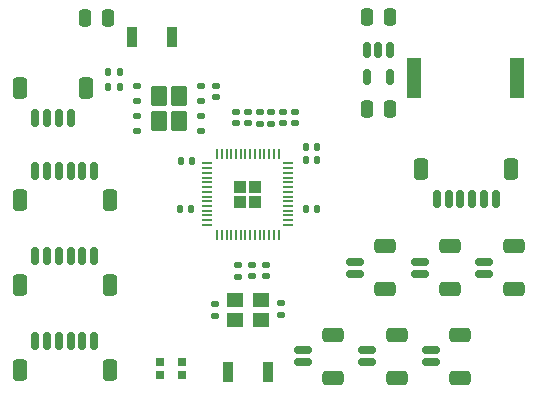
<source format=gbr>
G04 #@! TF.GenerationSoftware,KiCad,Pcbnew,8.0.7*
G04 #@! TF.CreationDate,2025-01-15T14:58:02-08:00*
G04 #@! TF.ProjectId,RP2040_minimal_r2,52503230-3430-45f6-9d69-6e696d616c5f,REV2*
G04 #@! TF.SameCoordinates,PX5f5e100PY5f5e100*
G04 #@! TF.FileFunction,Paste,Top*
G04 #@! TF.FilePolarity,Positive*
%FSLAX46Y46*%
G04 Gerber Fmt 4.6, Leading zero omitted, Abs format (unit mm)*
G04 Created by KiCad (PCBNEW 8.0.7) date 2025-01-15 14:58:02*
%MOMM*%
%LPD*%
G01*
G04 APERTURE LIST*
G04 Aperture macros list*
%AMRoundRect*
0 Rectangle with rounded corners*
0 $1 Rounding radius*
0 $2 $3 $4 $5 $6 $7 $8 $9 X,Y pos of 4 corners*
0 Add a 4 corners polygon primitive as box body*
4,1,4,$2,$3,$4,$5,$6,$7,$8,$9,$2,$3,0*
0 Add four circle primitives for the rounded corners*
1,1,$1+$1,$2,$3*
1,1,$1+$1,$4,$5*
1,1,$1+$1,$6,$7*
1,1,$1+$1,$8,$9*
0 Add four rect primitives between the rounded corners*
20,1,$1+$1,$2,$3,$4,$5,0*
20,1,$1+$1,$4,$5,$6,$7,0*
20,1,$1+$1,$6,$7,$8,$9,0*
20,1,$1+$1,$8,$9,$2,$3,0*%
G04 Aperture macros list end*
%ADD10RoundRect,0.250000X0.250000X0.475000X-0.250000X0.475000X-0.250000X-0.475000X0.250000X-0.475000X0*%
%ADD11RoundRect,0.140000X0.170000X-0.140000X0.170000X0.140000X-0.170000X0.140000X-0.170000X-0.140000X0*%
%ADD12RoundRect,0.140000X0.140000X0.170000X-0.140000X0.170000X-0.140000X-0.170000X0.140000X-0.170000X0*%
%ADD13RoundRect,0.140000X-0.170000X0.140000X-0.170000X-0.140000X0.170000X-0.140000X0.170000X0.140000X0*%
%ADD14RoundRect,0.135000X-0.135000X-0.185000X0.135000X-0.185000X0.135000X0.185000X-0.135000X0.185000X0*%
%ADD15RoundRect,0.150000X-0.150000X0.512500X-0.150000X-0.512500X0.150000X-0.512500X0.150000X0.512500X0*%
%ADD16RoundRect,0.250000X-0.435000X-0.615000X0.435000X-0.615000X0.435000X0.615000X-0.435000X0.615000X0*%
%ADD17RoundRect,0.125000X-0.250000X-0.125000X0.250000X-0.125000X0.250000X0.125000X-0.250000X0.125000X0*%
%ADD18RoundRect,0.135000X0.135000X0.185000X-0.135000X0.185000X-0.135000X-0.185000X0.135000X-0.185000X0*%
%ADD19RoundRect,0.140000X-0.140000X-0.170000X0.140000X-0.170000X0.140000X0.170000X-0.140000X0.170000X0*%
%ADD20RoundRect,0.135000X-0.185000X0.135000X-0.185000X-0.135000X0.185000X-0.135000X0.185000X0.135000X0*%
%ADD21RoundRect,0.250000X-0.250000X-0.475000X0.250000X-0.475000X0.250000X0.475000X-0.250000X0.475000X0*%
%ADD22RoundRect,0.250000X-0.292217X-0.292217X0.292217X-0.292217X0.292217X0.292217X-0.292217X0.292217X0*%
%ADD23RoundRect,0.050000X-0.387500X-0.050000X0.387500X-0.050000X0.387500X0.050000X-0.387500X0.050000X0*%
%ADD24RoundRect,0.050000X-0.050000X-0.387500X0.050000X-0.387500X0.050000X0.387500X-0.050000X0.387500X0*%
%ADD25RoundRect,0.150000X0.150000X0.625000X-0.150000X0.625000X-0.150000X-0.625000X0.150000X-0.625000X0*%
%ADD26RoundRect,0.250000X0.350000X0.650000X-0.350000X0.650000X-0.350000X-0.650000X0.350000X-0.650000X0*%
%ADD27R,0.900000X1.700000*%
%ADD28RoundRect,0.150000X-0.150000X-0.625000X0.150000X-0.625000X0.150000X0.625000X-0.150000X0.625000X0*%
%ADD29RoundRect,0.250000X-0.350000X-0.650000X0.350000X-0.650000X0.350000X0.650000X-0.350000X0.650000X0*%
%ADD30R,0.700000X0.700000*%
%ADD31RoundRect,0.150000X-0.625000X0.150000X-0.625000X-0.150000X0.625000X-0.150000X0.625000X0.150000X0*%
%ADD32RoundRect,0.250000X-0.650000X0.350000X-0.650000X-0.350000X0.650000X-0.350000X0.650000X0.350000X0*%
%ADD33R,1.400000X1.200000*%
%ADD34R,1.300000X3.400000*%
G04 APERTURE END LIST*
D10*
X10500000Y20400000D03*
X8600000Y20400000D03*
D11*
X2500000Y19230000D03*
X2500000Y20190000D03*
X1500000Y19230000D03*
X1500000Y20190000D03*
D12*
X-6320000Y12000000D03*
X-7280000Y12000000D03*
D13*
X-4200000Y22380000D03*
X-4200000Y21420000D03*
D14*
X-13310000Y22300000D03*
X-12290000Y22300000D03*
D15*
X10500000Y25437500D03*
X9550000Y25437500D03*
X8600000Y25437500D03*
X8600000Y23162500D03*
X10500000Y23162500D03*
D16*
X-9050000Y21575000D03*
X-9050000Y19425000D03*
X-7350000Y21575000D03*
X-7350000Y19425000D03*
D17*
X-10900000Y22405000D03*
X-10900000Y21135000D03*
X-10900000Y19865000D03*
X-10900000Y18595000D03*
X-5500000Y18595000D03*
X-5500000Y19865000D03*
X-5500000Y21135000D03*
X-5500000Y22405000D03*
D18*
X-12300000Y23600000D03*
X-13320000Y23600000D03*
D11*
X-1500000Y19220000D03*
X-1500000Y20180000D03*
D19*
X3420000Y12000000D03*
X4380000Y12000000D03*
D13*
X-1119000Y7220000D03*
X-1119000Y6260000D03*
D20*
X-500000Y20220000D03*
X-500000Y19200000D03*
D13*
X0Y7220000D03*
X0Y6260000D03*
D21*
X8600000Y28200000D03*
X10500000Y28200000D03*
D12*
X-6220000Y16000000D03*
X-7180000Y16000000D03*
D19*
X3420000Y17200000D03*
X4380000Y17200000D03*
D22*
X-2137500Y13862500D03*
X-2137500Y12587500D03*
X-862500Y13862500D03*
X-862500Y12587500D03*
D23*
X-4937500Y15825000D03*
X-4937500Y15425000D03*
X-4937500Y15025000D03*
X-4937500Y14625000D03*
X-4937500Y14225000D03*
X-4937500Y13825000D03*
X-4937500Y13425000D03*
X-4937500Y13025000D03*
X-4937500Y12625000D03*
X-4937500Y12225000D03*
X-4937500Y11825000D03*
X-4937500Y11425000D03*
X-4937500Y11025000D03*
X-4937500Y10625000D03*
D24*
X-4100000Y9787500D03*
X-3700000Y9787500D03*
X-3300000Y9787500D03*
X-2900000Y9787500D03*
X-2500000Y9787500D03*
X-2100000Y9787500D03*
X-1700000Y9787500D03*
X-1300000Y9787500D03*
X-900000Y9787500D03*
X-500000Y9787500D03*
X-100000Y9787500D03*
X300000Y9787500D03*
X700000Y9787500D03*
X1100000Y9787500D03*
D23*
X1937500Y10625000D03*
X1937500Y11025000D03*
X1937500Y11425000D03*
X1937500Y11825000D03*
X1937500Y12225000D03*
X1937500Y12625000D03*
X1937500Y13025000D03*
X1937500Y13425000D03*
X1937500Y13825000D03*
X1937500Y14225000D03*
X1937500Y14625000D03*
X1937500Y15025000D03*
X1937500Y15425000D03*
X1937500Y15825000D03*
D24*
X1100000Y16662500D03*
X700000Y16662500D03*
X300000Y16662500D03*
X-100000Y16662500D03*
X-500000Y16662500D03*
X-900000Y16662500D03*
X-1300000Y16662500D03*
X-1700000Y16662500D03*
X-2100000Y16662500D03*
X-2500000Y16662500D03*
X-2900000Y16662500D03*
X-3300000Y16662500D03*
X-3700000Y16662500D03*
X-4100000Y16662500D03*
D20*
X500000Y20220000D03*
X500000Y19200000D03*
D11*
X-2500000Y19220000D03*
X-2500000Y20180000D03*
D19*
X3420000Y16100000D03*
X4380000Y16100000D03*
D10*
X-13350000Y28100000D03*
X-15250000Y28100000D03*
D25*
X-14500000Y8025000D03*
X-15500000Y8025000D03*
X-16500000Y8025000D03*
X-17500000Y8025000D03*
X-18500000Y8025000D03*
X-19500000Y8025000D03*
D26*
X-13200000Y5500000D03*
X-20800000Y5500000D03*
D25*
X-14500000Y15225000D03*
X-15500000Y15225000D03*
X-16500000Y15225000D03*
X-17500000Y15225000D03*
X-18500000Y15225000D03*
X-19500000Y15225000D03*
D26*
X-13200000Y12700000D03*
X-20800000Y12700000D03*
D25*
X-14500000Y825000D03*
X-15500000Y825000D03*
X-16500000Y825000D03*
X-17500000Y825000D03*
X-18500000Y825000D03*
X-19500000Y825000D03*
D26*
X-13200000Y-1700000D03*
X-20800000Y-1700000D03*
D27*
X-3200000Y-1800000D03*
X200000Y-1800000D03*
D11*
X-4300000Y2940000D03*
X-4300000Y3900000D03*
D28*
X14500000Y12850000D03*
X15500000Y12850000D03*
X16500000Y12850000D03*
X17500000Y12850000D03*
X18500000Y12850000D03*
X19500000Y12850000D03*
D29*
X13200000Y15375000D03*
X20800000Y15375000D03*
D27*
X-7900000Y26500000D03*
X-11300000Y26500000D03*
D13*
X1300000Y3980000D03*
X1300000Y3020000D03*
D30*
X-7085000Y-2050000D03*
X-7085000Y-950000D03*
X-8915000Y-950000D03*
X-8915000Y-2050000D03*
D31*
X13975000Y0D03*
X13975000Y-1000000D03*
D32*
X16500000Y1300000D03*
X16500000Y-2300000D03*
D33*
X-2600000Y2600000D03*
X-400000Y2600000D03*
X-400000Y4300000D03*
X-2600000Y4300000D03*
D31*
X7575000Y7500000D03*
X7575000Y6500000D03*
D32*
X10100000Y8800000D03*
X10100000Y5200000D03*
D34*
X12550000Y23100000D03*
X21250000Y23100000D03*
D28*
X-19500000Y19700000D03*
X-18500000Y19700000D03*
X-17500000Y19700000D03*
X-16500000Y19700000D03*
D29*
X-20800000Y22225000D03*
X-15200000Y22225000D03*
D31*
X18475000Y7500000D03*
X18475000Y6500000D03*
D32*
X21000000Y8800000D03*
X21000000Y5200000D03*
D31*
X8575000Y0D03*
X8575000Y-1000000D03*
D32*
X11100000Y1300000D03*
X11100000Y-2300000D03*
D20*
X-2300000Y7210000D03*
X-2300000Y6190000D03*
D31*
X3175000Y0D03*
X3175000Y-1000000D03*
D32*
X5700000Y1300000D03*
X5700000Y-2300000D03*
D31*
X13075000Y7500000D03*
X13075000Y6500000D03*
D32*
X15600000Y8800000D03*
X15600000Y5200000D03*
M02*

</source>
